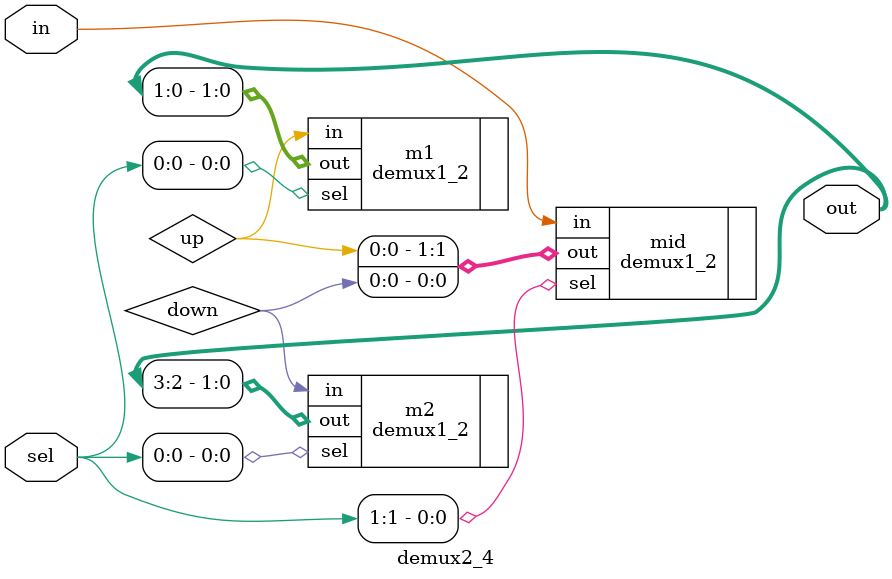
<source format=sv>

module demux2_4 (
    input logic in,
    input logic [1:0] sel,
    output logic[3:0] out
);

logic up,down;

	demux1_2 mid(.in(in),.sel(sel[1]),.out({up,down}));
	demux1_2 m1(.in(up),.sel(sel[0]),.out(out[1:0]));
	demux1_2 m2(.in(down),.sel(sel[0]),.out(out[3:2]));

endmodule

</source>
